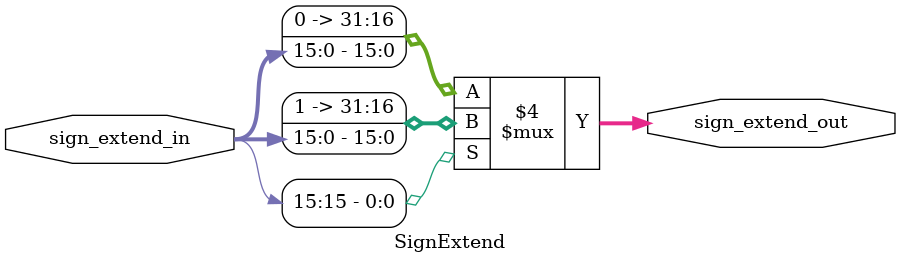
<source format=v>
`timescale 1ns / 1ps

module SignExtend(sign_extend_out, sign_extend_in);

	output [31:0]sign_extend_out;
	reg [31:0]sign_extend_out;
	input [15:0]sign_extend_in; 

	always@(*)
	begin
		if(sign_extend_in[15] == 0)begin
			sign_extend_out = {16'b0000000000000000, sign_extend_in};
		end
		else begin
			sign_extend_out = {16'b1111111111111111, sign_extend_in};
		end
	end


endmodule
</source>
